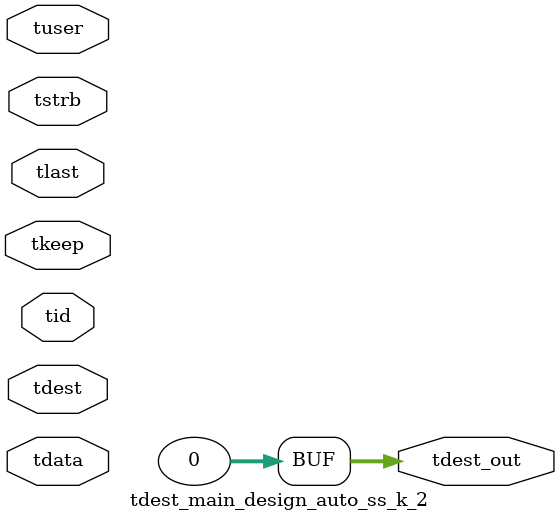
<source format=v>


`timescale 1ps/1ps

module tdest_main_design_auto_ss_k_2 #
(
parameter C_S_AXIS_TDATA_WIDTH = 32,
parameter C_S_AXIS_TUSER_WIDTH = 0,
parameter C_S_AXIS_TID_WIDTH   = 0,
parameter C_S_AXIS_TDEST_WIDTH = 0,
parameter C_M_AXIS_TDEST_WIDTH = 32
)
(
input  [(C_S_AXIS_TDATA_WIDTH == 0 ? 1 : C_S_AXIS_TDATA_WIDTH)-1:0     ] tdata,
input  [(C_S_AXIS_TUSER_WIDTH == 0 ? 1 : C_S_AXIS_TUSER_WIDTH)-1:0     ] tuser,
input  [(C_S_AXIS_TID_WIDTH   == 0 ? 1 : C_S_AXIS_TID_WIDTH)-1:0       ] tid,
input  [(C_S_AXIS_TDEST_WIDTH == 0 ? 1 : C_S_AXIS_TDEST_WIDTH)-1:0     ] tdest,
input  [(C_S_AXIS_TDATA_WIDTH/8)-1:0 ] tkeep,
input  [(C_S_AXIS_TDATA_WIDTH/8)-1:0 ] tstrb,
input                                                                    tlast,
output [C_M_AXIS_TDEST_WIDTH-1:0] tdest_out
);

assign tdest_out = {1'b0};

endmodule


</source>
